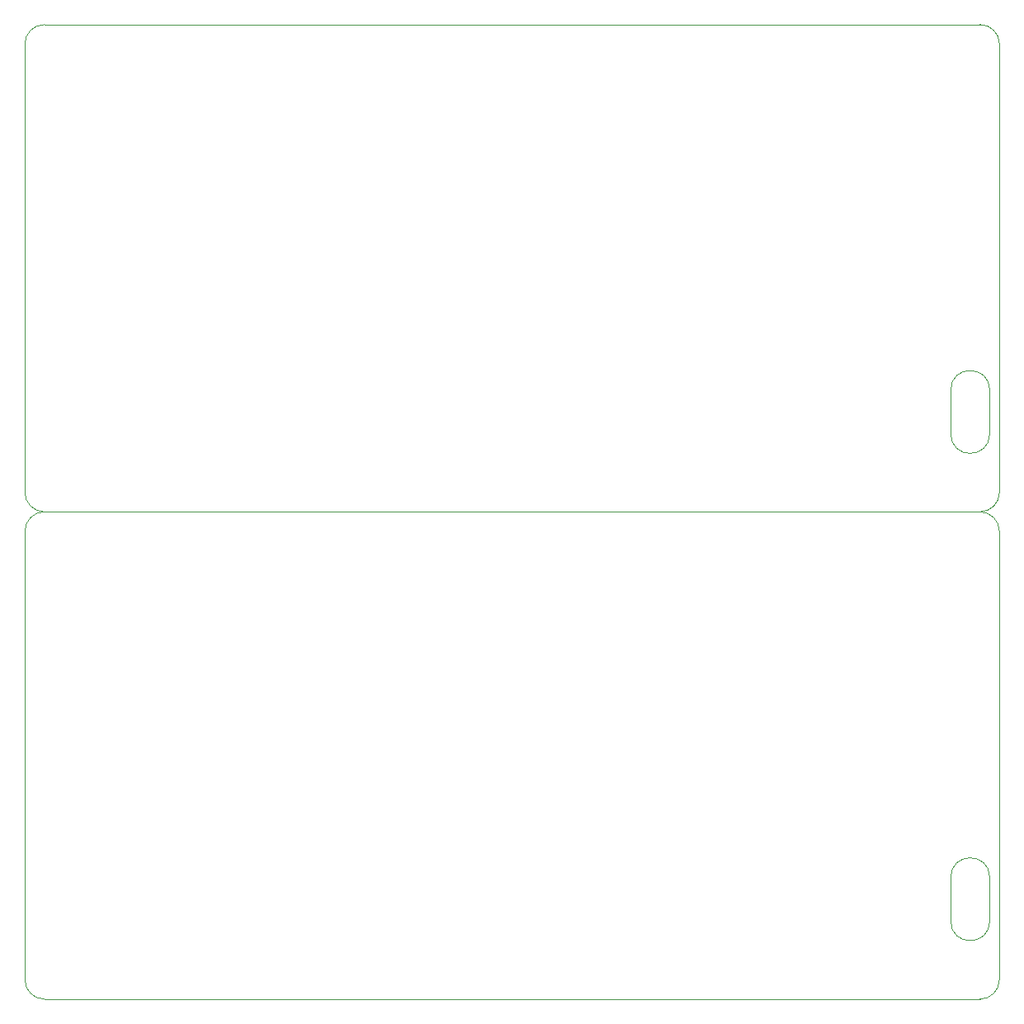
<source format=gbr>
%TF.GenerationSoftware,KiCad,Pcbnew,(5.99.0-3349-gc9824bbd9)*%
%TF.CreationDate,2020-09-17T19:38:13-07:00*%
%TF.ProjectId,Panelized_Power_Supply,50616e65-6c69-47a6-9564-5f506f776572,rev?*%
%TF.SameCoordinates,Original*%
%TF.FileFunction,Profile,NP*%
%FSLAX46Y46*%
G04 Gerber Fmt 4.6, Leading zero omitted, Abs format (unit mm)*
G04 Created by KiCad (PCBNEW (5.99.0-3349-gc9824bbd9)) date 2020-09-17 19:38:13*
%MOMM*%
%LPD*%
G01*
G04 APERTURE LIST*
%TA.AperFunction,Profile*%
%ADD10C,0.100000*%
%TD*%
G04 APERTURE END LIST*
D10*
X112000000Y-110000000D02*
G75*
G02*
X110000000Y-112000000I-2000000J0D01*
G01*
X110000000Y-112000000D02*
X14000000Y-112000000D01*
X14000000Y-112000000D02*
G75*
G02*
X12000000Y-110000000I0J2000000D01*
G01*
X107000000Y-99500000D02*
X107000000Y-104000000D01*
X110000000Y-62000000D02*
G75*
G02*
X112000000Y-64000000I0J-2000000D01*
G01*
X107000000Y-99500000D02*
G75*
G02*
X111000000Y-99500000I2000000J0D01*
G01*
X12000000Y-64000000D02*
G75*
G02*
X14000000Y-62000000I2000000J0D01*
G01*
X12000000Y-110000000D02*
X12000000Y-64000000D01*
X112000000Y-64000000D02*
X112000000Y-110000000D01*
X111000000Y-104000000D02*
G75*
G02*
X107000000Y-104000000I-2000000J0D01*
G01*
X111000000Y-104000000D02*
X111000000Y-99500000D01*
X111000000Y-54000000D02*
X111000000Y-49500000D01*
X111000000Y-54000000D02*
G75*
G02*
X107000000Y-54000000I-2000000J0D01*
G01*
X112000000Y-14000000D02*
X112000000Y-60000000D01*
X12000000Y-60000000D02*
X12000000Y-14000000D01*
X12000000Y-14000000D02*
G75*
G02*
X14000000Y-12000000I2000000J0D01*
G01*
X107000000Y-49500000D02*
G75*
G02*
X111000000Y-49500000I2000000J0D01*
G01*
X110000000Y-12000000D02*
G75*
G02*
X112000000Y-14000000I0J-2000000D01*
G01*
X14000000Y-12000000D02*
X110000000Y-12000000D01*
X107000000Y-49500000D02*
X107000000Y-54000000D01*
X14000000Y-62000000D02*
G75*
G02*
X12000000Y-60000000I0J2000000D01*
G01*
X110000000Y-62000000D02*
X14000000Y-62000000D01*
X112000000Y-60000000D02*
G75*
G02*
X110000000Y-62000000I-2000000J0D01*
G01*
M02*

</source>
